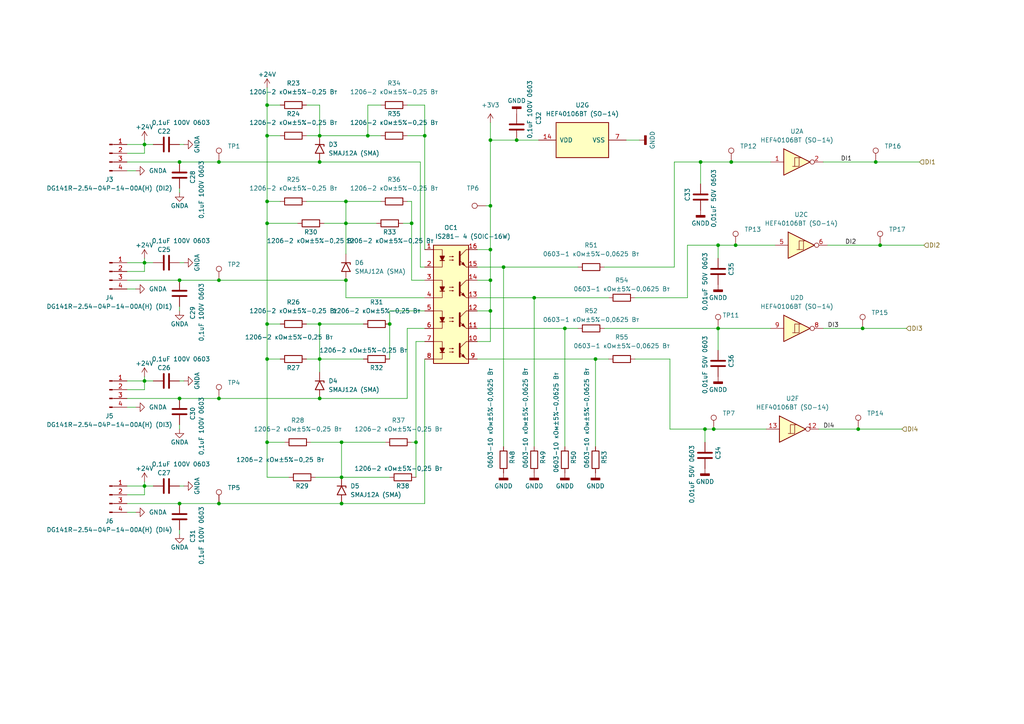
<source format=kicad_sch>
(kicad_sch (version 20250114) (generator "eeschema") (generator_version "9.0")
  (paper "A4")
  (lib_symbols
    (symbol "4xxx:40106" (pin_names (offset 1.016))
      (property "Reference" "U" (at 0 1.27 0))
      (property "Value" "40106" (at 0 -1.27 0))
      (symbol "40106_1_0"
        (polyline (pts (xy -3.81 3.81) (xy -3.81 -3.81) (xy 3.81 0) (xy -3.81 3.81)) (stroke (width 0.254)) (fill (type background)))
        (polyline (pts (xy -1.27 -1.27) (xy 0.635 -1.27) (xy 0.635 1.27) (xy 1.27 1.27)))
        (polyline (pts (xy -0.635 -1.27) (xy -0.635 1.27) (xy 0.635 1.27)))
        (pin input line (at -7.62 0 0) (length 3.81) (name "~") (number "1"))
        (pin output inverted (at 7.62 0 180) (length 3.81) (name "~") (number "2"))
      )
      (symbol "40106_2_0"
        (polyline (pts (xy -3.81 3.81) (xy -3.81 -3.81) (xy 3.81 0) (xy -3.81 3.81)) (stroke (width 0.254)) (fill (type background)))
        (polyline (pts (xy -1.27 -1.27) (xy 0.635 -1.27) (xy 0.635 1.27) (xy 1.27 1.27)))
        (polyline (pts (xy -0.635 -1.27) (xy -0.635 1.27) (xy 0.635 1.27)))
        (pin input line (at -7.62 0 0) (length 3.81) (name "~") (number "3"))
        (pin output inverted (at 7.62 0 180) (length 3.81) (name "~") (number "4"))
      )
      (symbol "40106_3_0"
        (polyline (pts (xy -3.81 3.81) (xy -3.81 -3.81) (xy 3.81 0) (xy -3.81 3.81)) (stroke (width 0.254)) (fill (type background)))
        (polyline (pts (xy -1.27 -1.27) (xy 0.635 -1.27) (xy 0.635 1.27) (xy 1.27 1.27)))
        (polyline (pts (xy -0.635 -1.27) (xy -0.635 1.27) (xy 0.635 1.27)))
        (pin input line (at -7.62 0 0) (length 3.81) (name "~") (number "5"))
        (pin output inverted (at 7.62 0 180) (length 3.81) (name "~") (number "6"))
      )
      (symbol "40106_4_0"
        (polyline (pts (xy -3.81 3.81) (xy -3.81 -3.81) (xy 3.81 0) (xy -3.81 3.81)) (stroke (width 0.254)) (fill (type background)))
        (polyline (pts (xy -1.27 -1.27) (xy 0.635 -1.27) (xy 0.635 1.27) (xy 1.27 1.27)))
        (polyline (pts (xy -0.635 -1.27) (xy -0.635 1.27) (xy 0.635 1.27)))
        (pin input line (at -7.62 0 0) (length 3.81) (name "~") (number "9"))
        (pin output inverted (at 7.62 0 180) (length 3.81) (name "~") (number "8"))
      )
      (symbol "40106_5_0"
        (polyline (pts (xy -3.81 3.81) (xy -3.81 -3.81) (xy 3.81 0) (xy -3.81 3.81)) (stroke (width 0.254)) (fill (type background)))
        (polyline (pts (xy -1.27 -1.27) (xy 0.635 -1.27) (xy 0.635 1.27) (xy 1.27 1.27)))
        (polyline (pts (xy -0.635 -1.27) (xy -0.635 1.27) (xy 0.635 1.27)))
        (pin input line (at -7.62 0 0) (length 3.81) (name "~") (number "11"))
        (pin output inverted (at 7.62 0 180) (length 3.81) (name "~") (number "10"))
      )
      (symbol "40106_6_0"
        (polyline (pts (xy -3.81 3.81) (xy -3.81 -3.81) (xy 3.81 0) (xy -3.81 3.81)) (stroke (width 0.254)) (fill (type background)))
        (polyline (pts (xy -1.27 -1.27) (xy 0.635 -1.27) (xy 0.635 1.27) (xy 1.27 1.27)))
        (polyline (pts (xy -0.635 -1.27) (xy -0.635 1.27) (xy 0.635 1.27)))
        (pin input line (at -7.62 0 0) (length 3.81) (name "~") (number "13"))
        (pin output inverted (at 7.62 0 180) (length 3.81) (name "~") (number "12"))
      )
      (symbol "40106_7_0"
        (pin power_in line (at 0 12.7 270) (length 5.08) (name "VDD") (number "14"))
        (pin power_in line (at 0 -12.7 90) (length 5.08) (name "VSS") (number "7"))
      )
      (symbol "40106_7_1"
        (rectangle (start -5.08 7.62) (end 5.08 -7.62) (stroke (width 0.254)) (fill (type background)))
      )
    )
    (symbol "Connector:Conn_01x04_Pin" (pin_names (offset 1.016) (hide yes))
      (property "Reference" "J" (at 0 5.08 0))
      (property "Value" "Conn_01x04_Pin" (at 0 -7.62 0))
      (symbol "Conn_01x04_Pin_1_1"
        (rectangle (start 0.8636 2.667) (end 0 2.413) (stroke (width 0.1524)) (fill (type outline)))
        (rectangle (start 0.8636 0.127) (end 0 -0.127) (stroke (width 0.1524)) (fill (type outline)))
        (rectangle (start 0.8636 -2.413) (end 0 -2.667) (stroke (width 0.1524)) (fill (type outline)))
        (rectangle (start 0.8636 -4.953) (end 0 -5.207) (stroke (width 0.1524)) (fill (type outline)))
        (polyline (pts (xy 1.27 2.54) (xy 0.8636 2.54)) (stroke (width 0.1524)))
        (polyline (pts (xy 1.27 0) (xy 0.8636 0)) (stroke (width 0.1524)))
        (polyline (pts (xy 1.27 -2.54) (xy 0.8636 -2.54)) (stroke (width 0.1524)))
        (polyline (pts (xy 1.27 -5.08) (xy 0.8636 -5.08)) (stroke (width 0.1524)))
        (pin passive line (at 5.08 2.54 180) (length 3.81) (name "Pin_1") (number "1"))
        (pin passive line (at 5.08 0 180) (length 3.81) (name "Pin_2") (number "2"))
        (pin passive line (at 5.08 -2.54 180) (length 3.81) (name "Pin_3") (number "3"))
        (pin passive line (at 5.08 -5.08 180) (length 3.81) (name "Pin_4") (number "4"))
      )
    )
    (symbol "Connector:TestPoint" (pin_numbers (hide yes)) (pin_names (offset 0.762) (hide yes))
      (property "Reference" "TP" (at 0 6.858 0))
      (property "Value" "TestPoint" (at 0 5.08 0))
      (symbol "TestPoint_0_1"
        (circle (center 0 3.302) (radius 0.762))
      )
      (symbol "TestPoint_1_1"
        (pin passive line (at 0 0 90) (length 2.54) (name "1") (number "1"))
      )
    )
    (symbol "Device:C" (pin_numbers (hide yes)) (pin_names (offset 0.254))
      (property "Reference" "C" (at 0.635 2.54 0))
      (property "Value" "C" (at 0.635 -2.54 0))
      (symbol "C_0_1"
        (polyline (pts (xy -2.032 0.762) (xy 2.032 0.762)) (stroke (width 0.508)))
        (polyline (pts (xy -2.032 -0.762) (xy 2.032 -0.762)) (stroke (width 0.508)))
      )
      (symbol "C_1_1"
        (pin passive line (at 0 3.81 270) (length 2.794) (name "~") (number "1"))
        (pin passive line (at 0 -3.81 90) (length 2.794) (name "~") (number "2"))
      )
    )
    (symbol "Device:R" (pin_numbers (hide yes)) (pin_names (offset 0))
      (property "Reference" "R" (at 2.032 0 90))
      (property "Value" "R" (at 0 0 90))
      (symbol "R_0_1"
        (rectangle (start -1.016 -2.54) (end 1.016 2.54) (stroke (width 0.254)))
      )
      (symbol "R_1_1"
        (pin passive line (at 0 3.81 270) (length 1.27) (name "~") (number "1"))
        (pin passive line (at 0 -3.81 90) (length 1.27) (name "~") (number "2"))
      )
    )
    (symbol "Diode:SMAJ12A" (pin_numbers (hide yes)) (pin_names (offset 1.016) (hide yes))
      (property "Reference" "D" (at 0 2.54 0))
      (property "Value" "SMAJ12A" (at 0 -2.54 0))
      (symbol "SMAJ12A_0_1"
        (polyline (pts (xy -0.762 1.27) (xy -1.27 1.27) (xy -1.27 -1.27)) (stroke (width 0.254)))
        (polyline (pts (xy 1.27 1.27) (xy 1.27 -1.27) (xy -1.27 0) (xy 1.27 1.27)) (stroke (width 0.254)))
      )
      (symbol "SMAJ12A_1_1"
        (pin passive line (at -3.81 0 0) (length 2.54) (name "A1") (number "1"))
        (pin passive line (at 3.81 0 180) (length 2.54) (name "A2") (number "2"))
      )
    )
    (symbol "PCM_4ms_Power-symbol:GNDA" (power) (pin_numbers (hide yes)) (pin_names (offset 0) (hide yes))
      (property "Value" "GNDA" (at 0 -3.81 0))
      (symbol "GNDA_0_1"
        (polyline (pts (xy 0 0) (xy 0 -1.27) (xy 1.27 -1.27) (xy 0 -2.54) (xy -1.27 -1.27) (xy 0 -1.27)))
      )
      (symbol "GNDA_1_1"
        (pin power_in line (at 0 0 270) (length 0) (hide yes) (name "GNDA") (number "1"))
      )
    )
    (symbol "PCM_Optocoupler_AKL:Optocoupler_Quad_Generic" (pin_names (offset 1.016))
      (property "Reference" "OC" (at -5.08 17.78 0))
      (property "Value" "Optocoupler_Quad_Generic" (at -5.08 15.24 0))
      (symbol "Optocoupler_Quad_Generic_0_1"
        (rectangle (start -5.08 12.7) (end 5.08 -21.59) (stroke (width 0.254)) (fill (type background)))
        (polyline (pts (xy -5.08 11.43) (xy -2.54 11.43) (xy -2.54 8.255)))
        (polyline (pts (xy -3.175 8.255) (xy -1.905 8.255)) (stroke (width 0.254)))
        (polyline (pts (xy -2.54 8.255) (xy -2.54 6.35) (xy -5.08 6.35)))
        (polyline (pts (xy -2.54 8.255) (xy -3.175 9.525) (xy -1.905 9.525) (xy -2.54 8.255)) (stroke (width 0.254)) (fill (type outline)))
        (polyline (pts (xy -0.508 9.398) (xy 0.762 9.398) (xy 0.381 9.271) (xy 0.381 9.525) (xy 0.762 9.398)))
        (polyline (pts (xy -0.508 8.382) (xy 0.762 8.382) (xy 0.381 8.255) (xy 0.381 8.509) (xy 0.762 8.382)))
        (polyline (pts (xy 2.54 10.795) (xy 2.54 6.985) (xy 2.54 6.985)) (stroke (width 0.508)))
        (polyline (pts (xy 2.54 9.525) (xy 4.445 11.43)))
        (polyline (pts (xy 3.048 7.239) (xy 3.556 7.747) (xy 4.064 6.731) (xy 3.048 7.239) (xy 3.048 7.239)) (fill (type outline)))
        (polyline (pts (xy 4.445 11.43) (xy 5.08 11.43)))
        (polyline (pts (xy 4.445 6.35) (xy 2.54 8.255)) (fill (type outline)))
        (polyline (pts (xy 4.445 6.35) (xy 5.08 6.35)))
      )
      (symbol "Optocoupler_Quad_Generic_1_1"
        (polyline (pts (xy -5.08 2.54) (xy -2.54 2.54) (xy -2.54 -0.635)))
        (polyline (pts (xy -5.08 -6.35) (xy -2.54 -6.35) (xy -2.54 -9.525)))
        (polyline (pts (xy -5.08 -15.24) (xy -2.54 -15.24) (xy -2.54 -18.415)))
        (polyline (pts (xy -3.175 -0.635) (xy -1.905 -0.635)) (stroke (width 0.254)))
        (polyline (pts (xy -3.175 -9.525) (xy -1.905 -9.525)) (stroke (width 0.254)))
        (polyline (pts (xy -3.175 -18.415) (xy -1.905 -18.415)) (stroke (width 0.254)))
        (polyline (pts (xy -2.54 -0.635) (xy -2.54 -2.54) (xy -5.08 -2.54)))
        (polyline (pts (xy -2.54 -0.635) (xy -3.175 0.635) (xy -1.905 0.635) (xy -2.54 -0.635)) (stroke (width 0.254)) (fill (type outline)))
        (polyline (pts (xy -2.54 -9.525) (xy -2.54 -11.43) (xy -5.08 -11.43)))
        (polyline (pts (xy -2.54 -9.525) (xy -3.175 -8.255) (xy -1.905 -8.255) (xy -2.54 -9.525)) (stroke (width 0.254)) (fill (type outline)))
        (polyline (pts (xy -2.54 -18.415) (xy -2.54 -20.32) (xy -5.08 -20.32)))
        (polyline (pts (xy -2.54 -18.415) (xy -3.175 -17.145) (xy -1.905 -17.145) (xy -2.54 -18.415)) (stroke (width 0.254)) (fill (type outline)))
        (polyline (pts (xy -0.508 0.508) (xy 0.762 0.508) (xy 0.381 0.381) (xy 0.381 0.635) (xy 0.762 0.508)))
        (polyline (pts (xy -0.508 -0.508) (xy 0.762 -0.508) (xy 0.381 -0.635) (xy 0.381 -0.381) (xy 0.762 -0.508)))
        (polyline (pts (xy -0.508 -8.382) (xy 0.762 -8.382) (xy 0.381 -8.509) (xy 0.381 -8.255) (xy 0.762 -8.382)))
        (polyline (pts (xy -0.508 -9.398) (xy 0.762 -9.398) (xy 0.381 -9.525) (xy 0.381 -9.271) (xy 0.762 -9.398)))
        (polyline (pts (xy -0.508 -17.272) (xy 0.762 -17.272) (xy 0.381 -17.399) (xy 0.381 -17.145) (xy 0.762 -17.272)))
        (polyline (pts (xy -0.508 -18.288) (xy 0.762 -18.288) (xy 0.381 -18.415) (xy 0.381 -18.161) (xy 0.762 -18.288)))
        (polyline (pts (xy 2.54 1.905) (xy 2.54 -1.905) (xy 2.54 -1.905)) (stroke (width 0.508)))
        (polyline (pts (xy 2.54 0.635) (xy 4.445 2.54)))
        (polyline (pts (xy 2.54 -6.985) (xy 2.54 -10.795) (xy 2.54 -10.795)) (stroke (width 0.508)))
        (polyline (pts (xy 2.54 -8.255) (xy 4.445 -6.35)))
        (polyline (pts (xy 2.54 -15.875) (xy 2.54 -19.685) (xy 2.54 -19.685)) (stroke (width 0.508)))
        (polyline (pts (xy 2.54 -17.145) (xy 4.445 -15.24)))
        (polyline (pts (xy 3.048 -1.651) (xy 3.556 -1.143) (xy 4.064 -2.159) (xy 3.048 -1.651) (xy 3.048 -1.651)) (fill (type outline)))
        (polyline (pts (xy 3.048 -10.541) (xy 3.556 -10.033) (xy 4.064 -11.049) (xy 3.048 -10.541) (xy 3.048 -10.541)) (fill (type outline)))
        (polyline (pts (xy 3.048 -19.431) (xy 3.556 -18.923) (xy 4.064 -19.939) (xy 3.048 -19.431) (xy 3.048 -19.431)) (fill (type outline)))
        (polyline (pts (xy 4.445 2.54) (xy 5.08 2.54)))
        (polyline (pts (xy 4.445 -2.54) (xy 2.54 -0.635)) (fill (type outline)))
        (polyline (pts (xy 4.445 -2.54) (xy 5.08 -2.54)))
        (polyline (pts (xy 4.445 -6.35) (xy 5.08 -6.35)))
        (polyline (pts (xy 4.445 -11.43) (xy 2.54 -9.525)) (fill (type outline)))
        (polyline (pts (xy 4.445 -11.43) (xy 5.08 -11.43)))
        (polyline (pts (xy 4.445 -15.24) (xy 5.08 -15.24)))
        (polyline (pts (xy 4.445 -20.32) (xy 2.54 -18.415)) (fill (type outline)))
        (polyline (pts (xy 4.445 -20.32) (xy 5.08 -20.32)))
        (pin passive line (at -7.62 11.43 0) (length 2.54) (name "~") (number "1"))
        (pin passive line (at -7.62 6.35 0) (length 2.54) (name "~") (number "2"))
        (pin passive line (at -7.62 2.54 0) (length 2.54) (name "~") (number "3"))
        (pin passive line (at -7.62 -2.54 0) (length 2.54) (name "~") (number "4"))
        (pin passive line (at -7.62 -6.35 0) (length 2.54) (name "~") (number "5"))
        (pin passive line (at -7.62 -11.43 0) (length 2.54) (name "~") (number "6"))
        (pin passive line (at -7.62 -15.24 0) (length 2.54) (name "~") (number "7"))
        (pin passive line (at -7.62 -20.32 0) (length 2.54) (name "~") (number "8"))
        (pin passive line (at 7.62 11.43 180) (length 2.54) (name "~") (number "16"))
        (pin passive line (at 7.62 6.35 180) (length 2.54) (name "~") (number "15"))
        (pin passive line (at 7.62 2.54 180) (length 2.54) (name "~") (number "14"))
        (pin passive line (at 7.62 -2.54 180) (length 2.54) (name "~") (number "13"))
        (pin passive line (at 7.62 -6.35 180) (length 2.54) (name "~") (number "12"))
        (pin passive line (at 7.62 -11.43 180) (length 2.54) (name "~") (number "11"))
        (pin passive line (at 7.62 -15.24 180) (length 2.54) (name "~") (number "10"))
        (pin passive line (at 7.62 -20.32 180) (length 2.54) (name "~") (number "9"))
      )
    )
    (symbol "power:+24V" (power) (pin_numbers (hide yes)) (pin_names (offset 0) (hide yes))
      (property "Value" "+24V" (at 0 3.556 0))
      (symbol "+24V_0_1"
        (polyline (pts (xy -0.762 1.27) (xy 0 2.54)))
        (polyline (pts (xy 0 2.54) (xy 0.762 1.27)))
        (polyline (pts (xy 0 0) (xy 0 2.54)))
      )
      (symbol "+24V_1_1"
        (pin power_in line (at 0 0 90) (length 0) (hide yes) (name "+24V") (number "1"))
      )
    )
    (symbol "power:+3V3" (power) (pin_numbers (hide yes)) (pin_names (offset 0) (hide yes))
      (property "Value" "+3V3" (at 0 3.556 0))
      (symbol "+3V3_0_1"
        (polyline (pts (xy -0.762 1.27) (xy 0 2.54)))
        (polyline (pts (xy 0 2.54) (xy 0.762 1.27)))
        (polyline (pts (xy 0 0) (xy 0 2.54)))
      )
      (symbol "+3V3_1_1"
        (pin power_in line (at 0 0 90) (length 0) (hide yes) (name "+3V3") (number "1"))
      )
    )
    (symbol "power:GNDD" (power) (pin_numbers (hide yes)) (pin_names (offset 0) (hide yes))
      (property "Value" "GNDD" (at 0 -3.175 0))
      (symbol "GNDD_0_1"
        (rectangle (start -1.27 -1.524) (end 1.27 -2.032) (stroke (width 0.254)) (fill (type outline)))
        (polyline (pts (xy 0 0) (xy 0 -1.524)))
      )
      (symbol "GNDD_1_1"
        (pin power_in line (at 0 0 270) (length 0) (hide yes) (name "GNDD") (number "1"))
      )
    )
  )
  (junction (at 154.94 86.36))
  (junction (at 52.07 81.28))
  (junction (at 41.91 76.2))
  (junction (at 119.38 64.77))
  (junction (at 142.24 59.69))
  (junction (at 142.24 72.39))
  (junction (at 41.91 110.49))
  (junction (at 120.65 128.27))
  (junction (at 204.47 124.46))
  (junction (at 77.47 39.37))
  (junction (at 41.91 41.91))
  (junction (at 142.24 90.17))
  (junction (at 41.91 140.97))
  (junction (at 92.71 39.37))
  (junction (at 106.68 39.37))
  (junction (at 146.05 77.47))
  (junction (at 63.5 115.57))
  (junction (at 255.27 71.12))
  (junction (at 77.47 30.48))
  (junction (at 99.06 128.27))
  (junction (at 77.47 58.42))
  (junction (at 163.83 95.25))
  (junction (at 113.03 93.98))
  (junction (at 149.86 40.64))
  (junction (at 100.33 64.77))
  (junction (at 207.01 124.46))
  (junction (at 63.5 146.05))
  (junction (at 203.2 46.99))
  (junction (at 208.28 95.25))
  (junction (at 123.19 39.37))
  (junction (at 92.71 46.99))
  (junction (at 208.28 71.12))
  (junction (at 250.19 95.25))
  (junction (at 52.07 115.57))
  (junction (at 52.07 46.99))
  (junction (at 99.06 146.05))
  (junction (at 213.36 71.12))
  (junction (at 100.33 81.28))
  (junction (at 77.47 128.27))
  (junction (at 172.72 104.14))
  (junction (at 77.47 64.77))
  (junction (at 142.24 40.64))
  (junction (at 92.71 104.14))
  (junction (at 248.92 124.46))
  (junction (at 77.47 104.14))
  (junction (at 63.5 46.99))
  (junction (at 99.06 138.43))
  (junction (at 142.24 81.28))
  (junction (at 63.5 81.28))
  (junction (at 212.09 46.99))
  (junction (at 92.71 93.98))
  (junction (at 52.07 146.05))
  (junction (at 92.71 115.57))
  (junction (at 254 46.99))
  (junction (at 100.33 58.42))
  (junction (at 77.47 93.98))
  (wire (pts (xy 41.91 110.49) (xy 41.91 113.03)))
  (wire (pts (xy 92.71 46.99) (xy 121.92 46.99)))
  (wire (pts (xy 172.72 129.54) (xy 172.72 104.14)))
  (wire (pts (xy 77.47 30.48) (xy 81.28 30.48)))
  (wire (pts (xy 120.65 128.27) (xy 120.65 138.43)))
  (wire (pts (xy 92.71 30.48) (xy 92.71 39.37)))
  (wire (pts (xy 52.07 124.46) (xy 52.07 123.19)))
  (wire (pts (xy 99.06 138.43) (xy 113.03 138.43)))
  (wire (pts (xy 138.43 95.25) (xy 163.83 95.25)))
  (wire (pts (xy 41.91 110.49) (xy 44.45 110.49)))
  (wire (pts (xy 146.05 129.54) (xy 146.05 77.47)))
  (wire (pts (xy 204.47 124.46) (xy 207.01 124.46)))
  (wire (pts (xy 92.71 104.14) (xy 105.41 104.14)))
  (wire (pts (xy 41.91 109.22) (xy 41.91 110.49)))
  (wire (pts (xy 119.38 64.77) (xy 116.84 64.77)))
  (wire (pts (xy 142.24 40.64) (xy 142.24 59.69)))
  (wire (pts (xy 138.43 90.17) (xy 142.24 90.17)))
  (wire (pts (xy 237.49 124.46) (xy 248.92 124.46)))
  (wire (pts (xy 77.47 64.77) (xy 86.36 64.77)))
  (wire (pts (xy 208.28 74.93) (xy 208.28 71.12)))
  (wire (pts (xy 36.83 146.05) (xy 52.07 146.05)))
  (wire (pts (xy 207.01 124.46) (xy 222.25 124.46)))
  (wire (pts (xy 77.47 30.48) (xy 77.47 39.37)))
  (wire (pts (xy 77.47 64.77) (xy 77.47 58.42)))
  (wire (pts (xy 185.42 40.64) (xy 181.61 40.64)))
  (wire (pts (xy 44.45 76.2) (xy 41.91 76.2)))
  (wire (pts (xy 194.31 124.46) (xy 194.31 104.14)))
  (wire (pts (xy 113.03 93.98) (xy 113.03 90.17)))
  (wire (pts (xy 63.5 46.99) (xy 52.07 46.99)))
  (wire (pts (xy 36.83 49.53) (xy 39.37 49.53)))
  (wire (pts (xy 123.19 39.37) (xy 123.19 72.39)))
  (wire (pts (xy 142.24 35.56) (xy 142.24 40.64)))
  (wire (pts (xy 111.76 128.27) (xy 99.06 128.27)))
  (wire (pts (xy 41.91 76.2) (xy 41.91 78.74)))
  (wire (pts (xy 163.83 95.25) (xy 163.83 129.54)))
  (wire (pts (xy 121.92 46.99) (xy 121.92 77.47)))
  (wire (pts (xy 123.19 104.14) (xy 123.19 146.05)))
  (wire (pts (xy 36.83 113.03) (xy 41.91 113.03)))
  (wire (pts (xy 203.2 46.99) (xy 203.2 53.34)))
  (wire (pts (xy 138.43 72.39) (xy 142.24 72.39)))
  (wire (pts (xy 77.47 104.14) (xy 77.47 128.27)))
  (wire (pts (xy 63.5 115.57) (xy 92.71 115.57)))
  (wire (pts (xy 53.34 110.49) (xy 52.07 110.49)))
  (wire (pts (xy 142.24 99.06) (xy 142.24 90.17)))
  (wire (pts (xy 195.58 77.47) (xy 195.58 46.99)))
  (wire (pts (xy 90.17 128.27) (xy 99.06 128.27)))
  (wire (pts (xy 138.43 99.06) (xy 142.24 99.06)))
  (wire (pts (xy 36.83 140.97) (xy 41.91 140.97)))
  (wire (pts (xy 138.43 86.36) (xy 154.94 86.36)))
  (wire (pts (xy 92.71 93.98) (xy 105.41 93.98)))
  (wire (pts (xy 238.76 95.25) (xy 250.19 95.25)))
  (wire (pts (xy 154.94 86.36) (xy 176.53 86.36)))
  (wire (pts (xy 88.9 39.37) (xy 92.71 39.37)))
  (wire (pts (xy 255.27 71.12) (xy 267.97 71.12)))
  (wire (pts (xy 39.37 148.59) (xy 36.83 148.59)))
  (wire (pts (xy 118.11 30.48) (xy 123.19 30.48)))
  (wire (pts (xy 36.83 41.91) (xy 41.91 41.91)))
  (wire (pts (xy 36.83 78.74) (xy 41.91 78.74)))
  (wire (pts (xy 99.06 146.05) (xy 123.19 146.05)))
  (wire (pts (xy 118.11 39.37) (xy 123.19 39.37)))
  (wire (pts (xy 92.71 93.98) (xy 92.71 104.14)))
  (wire (pts (xy 52.07 46.99) (xy 36.83 46.99)))
  (wire (pts (xy 77.47 93.98) (xy 77.47 104.14)))
  (wire (pts (xy 81.28 104.14) (xy 77.47 104.14)))
  (wire (pts (xy 52.07 115.57) (xy 36.83 115.57)))
  (wire (pts (xy 250.19 95.25) (xy 262.89 95.25)))
  (wire (pts (xy 44.45 140.97) (xy 41.91 140.97)))
  (wire (pts (xy 224.79 71.12) (xy 213.36 71.12)))
  (wire (pts (xy 41.91 41.91) (xy 41.91 44.45)))
  (wire (pts (xy 199.39 86.36) (xy 184.15 86.36)))
  (wire (pts (xy 52.07 81.28) (xy 63.5 81.28)))
  (wire (pts (xy 113.03 104.14) (xy 113.03 93.98)))
  (wire (pts (xy 194.31 124.46) (xy 204.47 124.46)))
  (wire (pts (xy 203.2 46.99) (xy 212.09 46.99)))
  (wire (pts (xy 88.9 93.98) (xy 92.71 93.98)))
  (wire (pts (xy 146.05 77.47) (xy 167.64 77.47)))
  (wire (pts (xy 36.83 110.49) (xy 41.91 110.49)))
  (wire (pts (xy 175.26 77.47) (xy 195.58 77.47)))
  (wire (pts (xy 118.11 58.42) (xy 119.38 58.42)))
  (wire (pts (xy 118.11 115.57) (xy 92.71 115.57)))
  (wire (pts (xy 163.83 95.25) (xy 167.64 95.25)))
  (wire (pts (xy 106.68 39.37) (xy 110.49 39.37)))
  (wire (pts (xy 138.43 81.28) (xy 142.24 81.28)))
  (wire (pts (xy 154.94 86.36) (xy 154.94 129.54)))
  (wire (pts (xy 92.71 39.37) (xy 106.68 39.37)))
  (wire (pts (xy 77.47 58.42) (xy 81.28 58.42)))
  (wire (pts (xy 77.47 128.27) (xy 82.55 128.27)))
  (wire (pts (xy 123.19 30.48) (xy 123.19 39.37)))
  (wire (pts (xy 119.38 58.42) (xy 119.38 64.77)))
  (wire (pts (xy 52.07 154.94) (xy 52.07 153.67)))
  (wire (pts (xy 142.24 59.69) (xy 142.24 72.39)))
  (wire (pts (xy 248.92 124.46) (xy 261.62 124.46)))
  (wire (pts (xy 119.38 81.28) (xy 123.19 81.28)))
  (wire (pts (xy 100.33 86.36) (xy 123.19 86.36)))
  (wire (pts (xy 100.33 86.36) (xy 100.33 81.28)))
  (wire (pts (xy 149.86 40.64) (xy 156.21 40.64)))
  (wire (pts (xy 194.31 104.14) (xy 184.15 104.14)))
  (wire (pts (xy 77.47 58.42) (xy 77.47 39.37)))
  (wire (pts (xy 238.76 46.99) (xy 254 46.99)))
  (wire (pts (xy 53.34 76.2) (xy 52.07 76.2)))
  (wire (pts (xy 212.09 46.99) (xy 223.52 46.99)))
  (wire (pts (xy 77.47 64.77) (xy 77.47 93.98)))
  (wire (pts (xy 63.5 46.99) (xy 92.71 46.99)))
  (wire (pts (xy 195.58 46.99) (xy 203.2 46.99)))
  (wire (pts (xy 52.07 146.05) (xy 63.5 146.05)))
  (wire (pts (xy 63.5 146.05) (xy 99.06 146.05)))
  (wire (pts (xy 146.05 77.47) (xy 138.43 77.47)))
  (wire (pts (xy 52.07 90.17) (xy 52.07 88.9)))
  (wire (pts (xy 41.91 74.93) (xy 41.91 76.2)))
  (wire (pts (xy 41.91 41.91) (xy 44.45 41.91)))
  (wire (pts (xy 91.44 138.43) (xy 99.06 138.43)))
  (wire (pts (xy 77.47 25.4) (xy 77.47 30.48)))
  (wire (pts (xy 110.49 30.48) (xy 106.68 30.48)))
  (wire (pts (xy 240.03 71.12) (xy 255.27 71.12)))
  (wire (pts (xy 77.47 39.37) (xy 81.28 39.37)))
  (wire (pts (xy 53.34 140.97) (xy 52.07 140.97)))
  (wire (pts (xy 36.83 143.51) (xy 41.91 143.51)))
  (wire (pts (xy 100.33 64.77) (xy 109.22 64.77)))
  (wire (pts (xy 121.92 77.47) (xy 123.19 77.47)))
  (wire (pts (xy 119.38 128.27) (xy 120.65 128.27)))
  (wire (pts (xy 100.33 64.77) (xy 100.33 73.66)))
  (wire (pts (xy 100.33 58.42) (xy 110.49 58.42)))
  (wire (pts (xy 36.83 76.2) (xy 41.91 76.2)))
  (wire (pts (xy 123.19 95.25) (xy 118.11 95.25)))
  (wire (pts (xy 92.71 107.95) (xy 92.71 104.14)))
  (wire (pts (xy 99.06 128.27) (xy 99.06 138.43)))
  (wire (pts (xy 140.97 59.69) (xy 142.24 59.69)))
  (wire (pts (xy 208.28 95.25) (xy 223.52 95.25)))
  (wire (pts (xy 36.83 118.11) (xy 39.37 118.11)))
  (wire (pts (xy 88.9 58.42) (xy 100.33 58.42)))
  (wire (pts (xy 39.37 83.82) (xy 36.83 83.82)))
  (wire (pts (xy 175.26 95.25) (xy 208.28 95.25)))
  (wire (pts (xy 77.47 128.27) (xy 77.47 138.43)))
  (wire (pts (xy 138.43 104.14) (xy 172.72 104.14)))
  (wire (pts (xy 118.11 95.25) (xy 118.11 115.57)))
  (wire (pts (xy 36.83 81.28) (xy 52.07 81.28)))
  (wire (pts (xy 208.28 95.25) (xy 208.28 101.6)))
  (wire (pts (xy 63.5 115.57) (xy 52.07 115.57)))
  (wire (pts (xy 123.19 99.06) (xy 120.65 99.06)))
  (wire (pts (xy 53.34 41.91) (xy 52.07 41.91)))
  (wire (pts (xy 41.91 140.97) (xy 41.91 143.51)))
  (wire (pts (xy 41.91 40.64) (xy 41.91 41.91)))
  (wire (pts (xy 83.82 138.43) (xy 77.47 138.43)))
  (wire (pts (xy 208.28 71.12) (xy 213.36 71.12)))
  (wire (pts (xy 63.5 81.28) (xy 100.33 81.28)))
  (wire (pts (xy 113.03 90.17) (xy 123.19 90.17)))
  (wire (pts (xy 120.65 99.06) (xy 120.65 128.27)))
  (wire (pts (xy 142.24 40.64) (xy 149.86 40.64)))
  (wire (pts (xy 172.72 104.14) (xy 176.53 104.14)))
  (wire (pts (xy 100.33 58.42) (xy 100.33 64.77)))
  (wire (pts (xy 106.68 30.48) (xy 106.68 39.37)))
  (wire (pts (xy 88.9 104.14) (xy 92.71 104.14)))
  (wire (pts (xy 93.98 64.77) (xy 100.33 64.77)))
  (wire (pts (xy 77.47 93.98) (xy 81.28 93.98)))
  (wire (pts (xy 41.91 139.7) (xy 41.91 140.97)))
  (wire (pts (xy 52.07 55.88) (xy 52.07 54.61)))
  (wire (pts (xy 36.83 44.45) (xy 41.91 44.45)))
  (wire (pts (xy 142.24 90.17) (xy 142.24 81.28)))
  (wire (pts (xy 199.39 86.36) (xy 199.39 71.12)))
  (wire (pts (xy 199.39 71.12) (xy 208.28 71.12)))
  (wire (pts (xy 254 46.99) (xy 266.7 46.99)))
  (wire (pts (xy 119.38 64.77) (xy 119.38 81.28)))
  (wire (pts (xy 88.9 30.48) (xy 92.71 30.48)))
  (wire (pts (xy 204.47 124.46) (xy 204.47 128.27)))
  (wire (pts (xy 142.24 81.28) (xy 142.24 72.39)))
  (label "DI3" (at 240.03 95.25 0))
  (label "DI1" (at 243.84 46.99 0))
  (label "DI2" (at 245.11 71.12 0))
  (label "DI4" (at 238.76 124.46 0))
  (hierarchical_label "DI1" (shape input) (at 266.7 46.99 0))
  (hierarchical_label "DI3" (shape input) (at 262.89 95.25 0))
  (hierarchical_label "DI2" (shape input) (at 267.97 71.12 0))
  (hierarchical_label "DI4" (shape input) (at 261.62 124.46 0))
  (symbol (lib_id "power:GNDD") (at 163.83 137.16 0) (unit 1)
    (property "Reference" "#PWR083" (effects (hide yes)))
    (property "Value" "GNDD" (at 163.83 140.97 0))
  )
  (symbol (lib_id "Connector:TestPoint") (at 207.01 124.46 0) (unit 1) (in_bom no)
    (property "Reference" "TP7" (at 209.55 119.888 0) (effects (justify left)))
    (property "Value" "TestPoint" (effects (hide yes)))
    (property "Footprint" "TestPoint:TestPoint_Pad_D1.0mm" (effects (hide yes)))
  )
  (symbol (lib_id "Device:C") (at 208.28 78.74 0) (unit 1)
    (property "Reference" "C35" (at 212.09 80.01 90) (effects (justify left)))
    (property "Value" "0,01uF 50V 0603" (at 204.47 90.17 90) (effects (justify left)))
    (property "Footprint" "Capacitor_SMD:C_0603_1608Metric" (effects (hide yes)))
  )
  (symbol (lib_id "Device:R") (at 171.45 95.25 90) (unit 1)
    (property "Reference" "R52" (at 171.45 90.17 90))
    (property "Value" "0603-1 кОм±5%-0,0625 Вт" (at 171.45 92.71 90))
    (property "Footprint" "Resistor_SMD:R_0603_1608Metric" (effects (hide yes)))
  )
  (symbol (lib_id "Connector:TestPoint") (at 63.5 81.28 0) (unit 1) (in_bom no)
    (property "Reference" "TP2" (at 66.04 76.708 0) (effects (justify left)))
    (property "Value" "TestPoint" (effects (hide yes)))
    (property "Footprint" "TestPoint:TestPoint_Pad_D1.0mm" (effects (hide yes)))
  )
  (symbol (lib_id "Device:R") (at 114.3 30.48 90) (unit 1)
    (property "Reference" "R34" (at 114.3 24.13 90))
    (property "Value" "1206-2 кОм±5%-0,25 Вт" (at 114.3 26.67 90))
    (property "Footprint" "Resistor_SMD:R_1206_3216Metric" (effects (hide yes)))
  )
  (symbol (lib_id "Device:R") (at 86.36 128.27 90) (unit 1)
    (property "Reference" "R28" (at 86.36 121.92 90))
    (property "Value" "1206-2 кОм±5%-0,25 Вт" (at 86.36 124.46 90))
    (property "Footprint" "Resistor_SMD:R_1206_3216Metric" (effects (hide yes)))
  )
  (symbol (lib_id "PCM_4ms_Power-symbol:GNDA") (at 53.34 41.91 90) (unit 1)
    (property "Reference" "#PWR072" (effects (hide yes)))
    (property "Value" "GNDA" (at 57.15 41.91 0))
    (instances (project "step_motor_board" (path "" (reference "#PWR072") (unit 1))) (project "Плата фото светодиоды" (path "" (reference "#PWR03") (unit 1))))
  )
  (symbol (lib_id "power:GNDD") (at 146.05 137.16 0) (unit 1)
    (property "Reference" "#PWR078" (effects (hide yes)))
    (property "Value" "GNDD" (at 146.05 140.97 0))
  )
  (symbol (lib_id "PCM_4ms_Power-symbol:GNDA") (at 52.07 124.46 0) (unit 1)
    (property "Reference" "#PWR070" (effects (hide yes)))
    (property "Value" "GNDA" (at 52.07 128.27 0))
    (instances (project "step_motor_board" (path "" (reference "#PWR070") (unit 1))) (project "Плата фото светодиоды" (path "" (reference "#PWR03") (unit 1))))
  )
  (symbol (lib_id "Device:R") (at 109.22 93.98 90) (unit 1)
    (property "Reference" "R31" (at 109.22 87.63 90))
    (property "Value" "1206-2 кОм±5%-0,25 Вт" (at 109.22 90.17 90))
    (property "Footprint" "Resistor_SMD:R_1206_3216Metric" (effects (hide yes)))
  )
  (symbol (lib_id "Connector:TestPoint") (at 212.09 46.99 0) (unit 1) (in_bom no)
    (property "Reference" "TP12" (at 214.63 42.418 0) (effects (justify left)))
    (property "Value" "TestPoint" (effects (hide yes)))
    (property "Footprint" "TestPoint:TestPoint_Pad_D1.0mm" (effects (hide yes)))
  )
  (symbol (lib_id "PCM_4ms_Power-symbol:GNDA") (at 53.34 110.49 90) (unit 1)
    (property "Reference" "#PWR074" (effects (hide yes)))
    (property "Value" "GNDA" (at 57.15 110.49 0))
    (instances (project "step_motor_board" (path "" (reference "#PWR074") (unit 1))) (project "Плата фото светодиоды" (path "" (reference "#PWR03") (unit 1))))
  )
  (symbol (lib_id "Device:R") (at 85.09 39.37 90) (unit 1)
    (property "Reference" "R24" (at 85.09 33.02 90))
    (property "Value" "1206-2 кОм±5%-0,25 Вт" (at 85.09 35.56 90))
    (property "Footprint" "Resistor_SMD:R_1206_3216Metric" (effects (hide yes)))
  )
  (symbol (lib_id "Connector:TestPoint") (at 250.19 95.25 0) (unit 1) (in_bom no)
    (property "Reference" "TP15" (at 252.73 90.678 0) (effects (justify left)))
    (property "Value" "TestPoint" (effects (hide yes)))
    (property "Footprint" "TestPoint:TestPoint_Pad_D1.0mm" (effects (hide yes)))
  )
  (symbol (lib_id "Device:R") (at 90.17 64.77 90) (unit 1)
    (property "Reference" "R30" (at 90.17 67.31 90))
    (property "Value" "1206-2 кОм±5%-0,25 Вт" (at 90.17 69.85 90))
    (property "Footprint" "Resistor_SMD:R_1206_3216Metric" (effects (hide yes)))
  )
  (symbol (lib_id "PCM_Optocoupler_AKL:Optocoupler_Quad_Generic") (at 130.81 83.82 0) (unit 1)
    (property "Reference" "OC1" (at 130.81 66.04 0))
    (property "Value" "IS281- 4 (SOIC-16W)" (at 137.16 68.58 0))
    (property "Footprint" "Package_SO:SOIC-16W_5.3x10.2mm_P1.27mm" (effects (hide yes)))
  )
  (symbol (lib_id "power:GNDD") (at 203.2 60.96 0) (unit 1)
    (property "Reference" "#PWR086" (effects (hide yes)))
    (property "Value" "GNDD" (at 203.2 64.77 0))
  )
  (symbol (lib_id "PCM_4ms_Power-symbol:GNDA") (at 52.07 55.88 0) (unit 1)
    (property "Reference" "#PWR066" (effects (hide yes)))
    (property "Value" "GNDA" (at 52.07 59.69 0))
    (instances (project "step_motor_board" (path "" (reference "#PWR066") (unit 1))) (project "Плата фото светодиоды" (path "" (reference "#PWR03") (unit 1))))
  )
  (symbol (lib_id "Device:R") (at 85.09 93.98 90) (unit 1)
    (property "Reference" "R26" (at 85.09 87.63 90))
    (property "Value" "1206-2 кОм±5%-0,25 Вт" (at 85.09 90.17 90))
    (property "Footprint" "Resistor_SMD:R_1206_3216Metric" (effects (hide yes)))
  )
  (symbol (lib_id "Connector:TestPoint") (at 213.36 71.12 0) (unit 1) (in_bom no)
    (property "Reference" "TP13" (at 215.9 66.548 0) (effects (justify left)))
    (property "Value" "TestPoint" (effects (hide yes)))
    (property "Footprint" "TestPoint:TestPoint_Pad_D1.0mm" (effects (hide yes)))
  )
  (symbol (lib_id "Device:R") (at 154.94 133.35 0) (unit 1)
    (property "Reference" "R49" (at 157.48 134.62 90) (effects (justify left)))
    (property "Value" "0603-10 кОм±5%-0,0625 Вт" (at 152.4 135.89 90) (effects (justify left)))
    (property "Footprint" "Resistor_SMD:R_0603_1608Metric" (effects (hide yes)))
  )
  (symbol (lib_id "4xxx:40106") (at 168.91 40.64 90) (unit 7)
    (property "Reference" "U2" (at 168.91 30.48 90))
    (property "Value" "HEF40106BT (SO-14)" (at 168.91 33.02 90))
    (property "Footprint" "Package_SO:SO-14_5.3x10.2mm_P1.27mm" (effects (hide yes)))
    (property "Datasheet" "https://assets.nexperia.com/documents/data-sheet/HEF40106B.pdf" (effects (hide yes)))
  )
  (symbol (lib_id "power:+24V") (at 41.91 139.7 0) (unit 1)
    (property "Reference" "#PWR065" (effects (hide yes)))
    (property "Value" "+24V" (at 41.91 135.89 0))
  )
  (symbol (lib_id "Device:C") (at 52.07 85.09 0) (unit 1)
    (property "Reference" "C29" (at 55.88 92.71 90) (effects (justify left)))
    (property "Value" "0,1uF 100V 0603" (at 58.42 99.06 90) (effects (justify left)))
    (property "Footprint" "Capacitor_SMD:C_0603_1608Metric" (effects (hide yes)))
  )
  (symbol (lib_id "Connector:TestPoint") (at 254 46.99 0) (unit 1) (in_bom no)
    (property "Reference" "TP16" (at 256.54 42.418 0) (effects (justify left)))
    (property "Value" "TestPoint" (effects (hide yes)))
    (property "Footprint" "TestPoint:TestPoint_Pad_D1.0mm" (effects (hide yes)))
  )
  (symbol (lib_id "Connector:TestPoint") (at 255.27 71.12 0) (unit 1) (in_bom no)
    (property "Reference" "TP17" (at 257.81 66.548 0) (effects (justify left)))
    (property "Value" "TestPoint" (effects (hide yes)))
    (property "Footprint" "TestPoint:TestPoint_Pad_D1.0mm" (effects (hide yes)))
  )
  (symbol (lib_id "power:GNDD") (at 172.72 137.16 0) (unit 1)
    (property "Reference" "#PWR084" (effects (hide yes)))
    (property "Value" "GNDD" (at 172.72 140.97 0))
  )
  (symbol (lib_id "4xxx:40106") (at 229.87 124.46 0) (unit 6)
    (property "Reference" "U2" (at 229.87 115.57 0))
    (property "Value" "HEF40106BT (SO-14)" (at 229.87 118.11 0))
    (property "Footprint" "Package_SO:SO-14_5.3x10.2mm_P1.27mm" (effects (hide yes)))
    (property "Datasheet" "https://assets.nexperia.com/documents/data-sheet/HEF40106B.pdf" (effects (hide yes)))
  )
  (symbol (lib_id "Device:C") (at 52.07 149.86 0) (unit 1)
    (property "Reference" "C31" (at 55.88 157.48 90) (effects (justify left)))
    (property "Value" "0,1uF 100V 0603" (at 58.42 163.83 90) (effects (justify left)))
    (property "Footprint" "Capacitor_SMD:C_0603_1608Metric" (effects (hide yes)))
  )
  (symbol (lib_id "power:+3V3") (at 142.24 35.56 0) (unit 1)
    (property "Reference" "#PWR077" (effects (hide yes)))
    (property "Value" "+3V3" (at 142.24 30.48 0))
  )
  (symbol (lib_id "Device:C") (at 208.28 105.41 0) (unit 1)
    (property "Reference" "C36" (at 212.09 106.68 90) (effects (justify left)))
    (property "Value" "0,01uF 50V 0603" (at 204.47 114.3 90) (effects (justify left)))
    (property "Footprint" "Capacitor_SMD:C_0603_1608Metric" (effects (hide yes)))
  )
  (symbol (lib_id "Device:R") (at 163.83 133.35 0) (unit 1)
    (property "Reference" "R50" (at 166.37 134.62 90) (effects (justify left)))
    (property "Value" "0603-10 кОм±5%-0,0625 Вт" (at 161.29 137.16 90) (effects (justify left)))
    (property "Footprint" "Resistor_SMD:R_0603_1608Metric" (effects (hide yes)))
  )
  (symbol (lib_id "Device:C") (at 52.07 50.8 0) (unit 1)
    (property "Reference" "C28" (at 55.88 53.34 90) (effects (justify left)))
    (property "Value" "0,1uF 100V 0603" (at 58.42 63.5 90) (effects (justify left)))
    (property "Footprint" "Capacitor_SMD:C_0603_1608Metric" (effects (hide yes)))
  )
  (symbol (lib_id "Connector:TestPoint") (at 140.97 59.69 90) (unit 1) (in_bom no)
    (property "Reference" "TP6" (at 137.16 54.61 90))
    (property "Value" "TestPoint" (effects (hide yes)))
    (property "Footprint" "TestPoint:TestPoint_Pad_D1.0mm" (effects (hide yes)))
  )
  (symbol (lib_id "power:GNDD") (at 154.94 137.16 0) (unit 1)
    (property "Reference" "#PWR082" (effects (hide yes)))
    (property "Value" "GNDD" (at 154.94 140.97 0))
  )
  (symbol (lib_id "Device:R") (at 114.3 39.37 90) (unit 1)
    (property "Reference" "R35" (at 114.3 33.02 90))
    (property "Value" "1206-2 кОм±5%-0,25 Вт" (at 114.3 35.56 90))
    (property "Footprint" "Resistor_SMD:R_1206_3216Metric" (effects (hide yes)))
  )
  (symbol (lib_id "power:+24V") (at 77.47 25.4 0) (unit 1)
    (property "Reference" "#PWR076" (effects (hide yes)))
    (property "Value" "+24V" (at 77.47 21.59 0))
  )
  (symbol (lib_id "Connector:TestPoint") (at 63.5 146.05 0) (unit 1) (in_bom no)
    (property "Reference" "TP5" (at 66.04 141.478 0) (effects (justify left)))
    (property "Value" "TestPoint" (effects (hide yes)))
    (property "Footprint" "TestPoint:TestPoint_Pad_D1.0mm" (effects (hide yes)))
  )
  (symbol (lib_id "Device:R") (at 172.72 133.35 0) (unit 1)
    (property "Reference" "R53" (at 175.26 134.62 90) (effects (justify left)))
    (property "Value" "0603-10 кОм±5%-0,0625 Вт" (at 170.18 135.89 90) (effects (justify left)))
    (property "Footprint" "Resistor_SMD:R_0603_1608Metric" (effects (hide yes)))
  )
  (symbol (lib_id "power:GNDD") (at 149.86 33.02 180) (unit 1)
    (property "Reference" "#PWR081" (effects (hide yes)))
    (property "Value" "GNDD" (at 149.86 29.21 0))
  )
  (symbol (lib_id "PCM_4ms_Power-symbol:GNDA") (at 39.37 83.82 90) (unit 1)
    (property "Reference" "#PWR013" (effects (hide yes)))
    (property "Value" "GNDA" (at 43.18 83.82 90) (effects (justify right)))
  )
  (symbol (lib_id "Connector:Conn_01x04_Pin") (at 31.75 78.74 0) (unit 1)
    (property "Reference" "J4" (at 31.75 86.36 0))
    (property "Value" "DG141R-2.54-04P-14-00A(H) (DI1)" (at 31.75 88.9 0))
    (property "Footprint" "Connector:DG141R-04" (effects (hide yes)))
  )
  (symbol (lib_id "power:GNDD") (at 208.28 82.55 0) (unit 1)
    (property "Reference" "#PWR088" (effects (hide yes)))
    (property "Value" "GNDD" (at 208.28 86.36 0))
  )
  (symbol (lib_id "PCM_4ms_Power-symbol:GNDA") (at 52.07 154.94 0) (unit 1)
    (property "Reference" "#PWR071" (effects (hide yes)))
    (property "Value" "GNDA" (at 52.07 158.75 0))
    (instances (project "step_motor_board" (path "" (reference "#PWR071") (unit 1))) (project "Плата фото светодиоды" (path "" (reference "#PWR03") (unit 1))))
  )
  (symbol (lib_id "Device:R") (at 180.34 104.14 90) (unit 1)
    (property "Reference" "R55" (at 180.34 97.79 90))
    (property "Value" "0603-1 кОм±5%-0,0625 Вт" (at 180.34 100.33 90))
    (property "Footprint" "Resistor_SMD:R_0603_1608Metric" (effects (hide yes)))
  )
  (symbol (lib_id "Device:R") (at 85.09 30.48 90) (unit 1)
    (property "Reference" "R23" (at 85.09 24.13 90))
    (property "Value" "1206-2 кОм±5%-0,25 Вт" (at 85.09 26.67 90))
    (property "Footprint" "Resistor_SMD:R_1206_3216Metric" (effects (hide yes)))
  )
  (symbol (lib_id "Device:C") (at 48.26 110.49 90) (unit 1)
    (property "Reference" "C26" (at 49.53 106.68 90) (effects (justify left)))
    (property "Value" "0,1uF 100V 0603" (at 60.96 104.14 90) (effects (justify left)))
    (property "Footprint" "Capacitor_SMD:C_0603_1608Metric" (effects (hide yes)))
  )
  (symbol (lib_id "Device:R") (at 171.45 77.47 90) (unit 1)
    (property "Reference" "R51" (at 171.45 71.12 90))
    (property "Value" "0603-1 кОм±5%-0,0625 Вт" (at 171.45 73.66 90))
    (property "Footprint" "Resistor_SMD:R_0603_1608Metric" (effects (hide yes)))
  )
  (symbol (lib_id "Device:C") (at 48.26 140.97 90) (unit 1)
    (property "Reference" "C27" (at 49.53 137.16 90) (effects (justify left)))
    (property "Value" "0,1uF 100V 0603" (at 60.96 134.62 90) (effects (justify left)))
    (property "Footprint" "Capacitor_SMD:C_0603_1608Metric" (effects (hide yes)))
  )
  (symbol (lib_id "Device:C") (at 149.86 36.83 0) (unit 1)
    (property "Reference" "C32" (at 156.21 34.29 90))
    (property "Value" "0,1uF 100V 0603" (at 153.67 31.75 90))
    (property "Footprint" "Capacitor_SMD:C_0603_1608Metric" (effects (hide yes)))
  )
  (symbol (lib_id "Device:C") (at 48.26 41.91 90) (unit 1)
    (property "Reference" "C22" (at 49.53 38.1 90) (effects (justify left)))
    (property "Value" "0,1uF 100V 0603" (at 60.96 35.56 90) (effects (justify left)))
    (property "Footprint" "Capacitor_SMD:C_0603_1608Metric" (effects (hide yes)))
  )
  (symbol (lib_id "4xxx:40106") (at 231.14 95.25 0) (unit 4)
    (property "Reference" "U2" (at 231.14 86.36 0))
    (property "Value" "HEF40106BT (SO-14)" (at 231.14 88.9 0))
    (property "Footprint" "Package_SO:SO-14_5.3x10.2mm_P1.27mm" (effects (hide yes)))
    (property "Datasheet" "https://assets.nexperia.com/documents/data-sheet/HEF40106B.pdf" (effects (hide yes)))
  )
  (symbol (lib_id "PCM_4ms_Power-symbol:GNDA") (at 53.34 76.2 90) (unit 1)
    (property "Reference" "#PWR073" (effects (hide yes)))
    (property "Value" "GNDA" (at 57.15 76.2 0))
    (instances (project "step_motor_board" (path "" (reference "#PWR073") (unit 1))) (project "Плата фото светодиоды" (path "" (reference "#PWR03") (unit 1))))
  )
  (symbol (lib_id "Device:R") (at 113.03 64.77 90) (unit 1)
    (property "Reference" "R33" (at 113.03 67.31 90))
    (property "Value" "1206-2 кОм±5%-0,25 Вт" (at 113.03 69.85 90))
    (property "Footprint" "Resistor_SMD:R_1206_3216Metric" (effects (hide yes)))
  )
  (symbol (lib_id "Device:R") (at 85.09 104.14 90) (unit 1)
    (property "Reference" "R27" (at 85.09 106.68 90))
    (property "Value" "1206-2 кОм±5%-0,25 Вт" (at 83.82 97.79 90))
    (property "Footprint" "Resistor_SMD:R_1206_3216Metric" (effects (hide yes)))
  )
  (symbol (lib_id "power:GNDD") (at 204.47 135.89 0) (unit 1)
    (property "Reference" "#PWR087" (effects (hide yes)))
    (property "Value" "GNDD" (at 204.47 139.7 0))
  )
  (symbol (lib_id "PCM_4ms_Power-symbol:GNDA") (at 39.37 49.53 90) (unit 1)
    (property "Reference" "#PWR012" (effects (hide yes)))
    (property "Value" "GNDA" (at 43.18 49.53 90) (effects (justify right)))
  )
  (symbol (lib_id "Connector:TestPoint") (at 248.92 124.46 0) (unit 1) (in_bom no)
    (property "Reference" "TP14" (at 251.46 119.888 0) (effects (justify left)))
    (property "Value" "TestPoint" (effects (hide yes)))
    (property "Footprint" "TestPoint:TestPoint_Pad_D1.0mm" (effects (hide yes)))
  )
  (symbol (lib_id "Device:R") (at 85.09 58.42 90) (unit 1)
    (property "Reference" "R25" (at 85.09 52.07 90))
    (property "Value" "1206-2 кОм±5%-0,25 Вт" (at 85.09 54.61 90))
    (property "Footprint" "Resistor_SMD:R_1206_3216Metric" (effects (hide yes)))
  )
  (symbol (lib_id "Connector:Conn_01x04_Pin") (at 31.75 113.03 0) (unit 1)
    (property "Reference" "J5" (at 31.75 120.65 0))
    (property "Value" "DG141R-2.54-04P-14-00A(H) (DI3)" (at 31.75 123.19 0))
    (property "Footprint" "Connector:DG141R-04" (effects (hide yes)))
  )
  (symbol (lib_id "Device:C") (at 203.2 57.15 0) (unit 1)
    (property "Reference" "C33" (at 199.39 58.42 90) (effects (justify left)))
    (property "Value" "0,01uF 50V 0603" (at 207.01 66.04 90) (effects (justify left)))
    (property "Footprint" "Capacitor_SMD:C_0603_1608Metric" (effects (hide yes)))
  )
  (symbol (lib_id "PCM_4ms_Power-symbol:GNDA") (at 53.34 140.97 90) (unit 1)
    (property "Reference" "#PWR075" (effects (hide yes)))
    (property "Value" "GNDA" (at 57.15 140.97 0))
    (instances (project "step_motor_board" (path "" (reference "#PWR075") (unit 1))) (project "Плата фото светодиоды" (path "" (reference "#PWR03") (unit 1))))
  )
  (symbol (lib_id "Device:R") (at 146.05 133.35 0) (unit 1)
    (property "Reference" "R48" (at 148.59 134.62 90) (effects (justify left)))
    (property "Value" "0603-10 кОм±5%-0,0625 Вт" (at 142.24 135.89 90) (effects (justify left)))
    (property "Footprint" "Resistor_SMD:R_0603_1608Metric" (effects (hide yes)))
  )
  (symbol (lib_id "Device:R") (at 180.34 86.36 90) (unit 1)
    (property "Reference" "R54" (at 180.34 81.28 90))
    (property "Value" "0603-1 кОм±5%-0,0625 Вт" (at 180.34 83.82 90))
    (property "Footprint" "Resistor_SMD:R_0603_1608Metric" (effects (hide yes)))
  )
  (symbol (lib_id "Connector:Conn_01x04_Pin") (at 31.75 143.51 0) (unit 1)
    (property "Reference" "J6" (at 31.75 151.13 0))
    (property "Value" "DG141R-2.54-04P-14-00A(H) (DI4)" (at 31.75 153.67 0))
    (property "Footprint" "Connector:DG141R-04" (effects (hide yes)))
  )
  (symbol (lib_id "Device:R") (at 115.57 128.27 90) (unit 1)
    (property "Reference" "R37" (at 115.57 121.92 90))
    (property "Value" "1206-2 кОм±5%-0,25 Вт" (at 115.57 124.46 90))
    (property "Footprint" "Resistor_SMD:R_1206_3216Metric" (effects (hide yes)))
  )
  (symbol (lib_id "PCM_4ms_Power-symbol:GNDA") (at 39.37 118.11 90) (unit 1)
    (property "Reference" "#PWR028" (effects (hide yes)))
    (property "Value" "GNDA" (at 43.18 118.11 90) (effects (justify right)))
  )
  (symbol (lib_id "Device:C") (at 48.26 76.2 90) (unit 1)
    (property "Reference" "C25" (at 49.53 72.39 90) (effects (justify left)))
    (property "Value" "0,1uF 100V 0603" (at 60.96 69.85 90) (effects (justify left)))
    (property "Footprint" "Capacitor_SMD:C_0603_1608Metric" (effects (hide yes)))
  )
  (symbol (lib_id "Diode:SMAJ12A") (at 92.71 43.18 270) (unit 1)
    (property "Reference" "D3" (at 95.25 41.91 90) (effects (justify left)))
    (property "Value" "SMAJ12A (SMA)" (at 95.25 44.45 90) (effects (justify left)))
    (property "Footprint" "Diode_SMD:D_SMA" (effects (hide yes)))
    (property "Datasheet" "https://www.littelfuse.com/media?resourcetype=datasheets&itemid=75e32973-b177-4ee3-a0ff-cedaf1abdb93&filename=smaj-datasheet" (effects (hide yes)))
  )
  (symbol (lib_id "Device:R") (at 87.63 138.43 90) (unit 1)
    (property "Reference" "R29" (at 87.63 140.97 90))
    (property "Value" "1206-2 кОм±5%-0,25 Вт" (at 81.28 133.35 90))
    (property "Footprint" "Resistor_SMD:R_1206_3216Metric" (effects (hide yes)))
  )
  (symbol (lib_id "Device:C") (at 204.47 132.08 0) (unit 1)
    (property "Reference" "C34" (at 208.28 133.35 90) (effects (justify left)))
    (property "Value" "0,01uF 50V 0603" (at 200.66 146.05 90) (effects (justify left)))
    (property "Footprint" "Capacitor_SMD:C_0603_1608Metric" (effects (hide yes)))
  )
  (symbol (lib_id "power:GNDD") (at 208.28 109.22 0) (unit 1)
    (property "Reference" "#PWR089" (effects (hide yes)))
    (property "Value" "GNDD" (at 208.28 113.03 0))
  )
  (symbol (lib_id "Device:R") (at 109.22 104.14 90) (unit 1)
    (property "Reference" "R32" (at 109.22 106.68 90))
    (property "Value" "1206-2 кОм±5%-0,25 Вт" (at 105.41 101.6 90))
    (property "Footprint" "Resistor_SMD:R_1206_3216Metric" (effects (hide yes)))
  )
  (symbol (lib_id "Device:R") (at 116.84 138.43 90) (unit 1)
    (property "Reference" "R38" (at 116.84 140.97 90))
    (property "Value" "1206-2 кОм±5%-0,25 Вт" (at 115.57 135.89 90))
    (property "Footprint" "Resistor_SMD:R_1206_3216Metric" (effects (hide yes)))
  )
  (symbol (lib_id "power:+24V") (at 41.91 109.22 0) (unit 1)
    (property "Reference" "#PWR064" (effects (hide yes)))
    (property "Value" "+24V" (at 41.91 105.41 0))
  )
  (symbol (lib_id "PCM_4ms_Power-symbol:GNDA") (at 39.37 148.59 90) (unit 1)
    (property "Reference" "#PWR029" (effects (hide yes)))
    (property "Value" "GNDA" (at 43.18 148.59 90) (effects (justify right)))
  )
  (symbol (lib_id "PCM_4ms_Power-symbol:GNDA") (at 52.07 90.17 0) (unit 1)
    (property "Reference" "#PWR069" (effects (hide yes)))
    (property "Value" "GNDA" (at 52.07 93.98 0))
    (instances (project "step_motor_board" (path "" (reference "#PWR069") (unit 1))) (project "Плата фото светодиоды" (path "" (reference "#PWR03") (unit 1))))
  )
  (symbol (lib_id "4xxx:40106") (at 231.14 46.99 0) (unit 1)
    (property "Reference" "U2" (at 231.14 38.1 0))
    (property "Value" "HEF40106BT (SO-14)" (at 231.14 40.64 0))
    (property "Footprint" "Package_SO:SO-14_5.3x10.2mm_P1.27mm" (effects (hide yes)))
    (property "Datasheet" "https://assets.nexperia.com/documents/data-sheet/HEF40106B.pdf" (effects (hide yes)))
  )
  (symbol (lib_id "Connector:TestPoint") (at 63.5 46.99 0) (unit 1) (in_bom no)
    (property "Reference" "TP1" (at 66.04 42.418 0) (effects (justify left)))
    (property "Value" "TestPoint" (effects (hide yes)))
    (property "Footprint" "TestPoint:TestPoint_Pad_D1.0mm" (effects (hide yes)))
  )
  (symbol (lib_id "4xxx:40106") (at 232.41 71.12 0) (unit 3)
    (property "Reference" "U2" (at 232.41 62.23 0))
    (property "Value" "HEF40106BT (SO-14)" (at 232.41 64.77 0))
    (property "Footprint" "Package_SO:SO-14_5.3x10.2mm_P1.27mm" (effects (hide yes)))
    (property "Datasheet" "https://assets.nexperia.com/documents/data-sheet/HEF40106B.pdf" (effects (hide yes)))
  )
  (symbol (lib_id "Diode:SMAJ12A") (at 99.06 142.24 270) (unit 1)
    (property "Reference" "D5" (at 101.6 140.97 90) (effects (justify left)))
    (property "Value" "SMAJ12A (SMA)" (at 101.6 143.51 90) (effects (justify left)))
    (property "Footprint" "Diode_SMD:D_SMA" (effects (hide yes)))
    (property "Datasheet" "https://www.littelfuse.com/media?resourcetype=datasheets&itemid=75e32973-b177-4ee3-a0ff-cedaf1abdb93&filename=smaj-datasheet" (effects (hide yes)))
  )
  (symbol (lib_id "power:+24V") (at 41.91 74.93 0) (unit 1)
    (property "Reference" "#PWR062" (effects (hide yes)))
    (property "Value" "+24V" (at 41.91 71.12 0))
  )
  (symbol (lib_id "Device:C") (at 52.07 119.38 0) (unit 1)
    (property "Reference" "C30" (at 55.88 121.92 90) (effects (justify left)))
    (property "Value" "0,1uF 100V 0603" (at 58.42 132.08 90) (effects (justify left)))
    (property "Footprint" "Capacitor_SMD:C_0603_1608Metric" (effects (hide yes)))
  )
  (symbol (lib_id "Diode:SMAJ12A") (at 92.71 111.76 270) (unit 1)
    (property "Reference" "D4" (at 95.25 110.49 90) (effects (justify left)))
    (property "Value" "SMAJ12A (SMA)" (at 95.25 113.03 90) (effects (justify left)))
    (property "Footprint" "Diode_SMD:D_SMA" (effects (hide yes)))
    (property "Datasheet" "https://www.littelfuse.com/media?resourcetype=datasheets&itemid=75e32973-b177-4ee3-a0ff-cedaf1abdb93&filename=smaj-datasheet" (effects (hide yes)))
  )
  (symbol (lib_id "Device:R") (at 114.3 58.42 90) (unit 1)
    (property "Reference" "R36" (at 114.3 52.07 90))
    (property "Value" "1206-2 кОм±5%-0,25 Вт" (at 114.3 54.61 90))
    (property "Footprint" "Resistor_SMD:R_1206_3216Metric" (effects (hide yes)))
  )
  (symbol (lib_id "Connector:TestPoint") (at 208.28 95.25 0) (unit 1) (in_bom no)
    (property "Reference" "TP11" (at 209.55 91.44 0) (effects (justify left)))
    (property "Value" "TestPoint" (effects (hide yes)))
    (property "Footprint" "TestPoint:TestPoint_Pad_D1.0mm" (effects (hide yes)))
  )
  (symbol (lib_id "Connector:TestPoint") (at 63.5 115.57 0) (unit 1) (in_bom no)
    (property "Reference" "TP4" (at 66.04 110.998 0) (effects (justify left)))
    (property "Value" "TestPoint" (effects (hide yes)))
    (property "Footprint" "TestPoint:TestPoint_Pad_D1.0mm" (effects (hide yes)))
  )
  (symbol (lib_id "Connector:Conn_01x04_Pin") (at 31.75 44.45 0) (unit 1)
    (property "Reference" "J3" (at 31.75 52.07 0))
    (property "Value" "DG141R-2.54-04P-14-00A(H) (DI2)" (at 31.75 54.61 0))
    (property "Footprint" "Connector:DG141R-04" (effects (hide yes)))
  )
  (symbol (lib_id "power:GNDD") (at 185.42 40.64 90) (unit 1)
    (property "Reference" "#PWR085" (effects (hide yes)))
    (property "Value" "GNDD" (at 189.23 40.64 0))
  )
  (symbol (lib_id "Diode:SMAJ12A") (at 100.33 77.47 270) (unit 1)
    (property "Reference" "D6" (at 102.87 76.2 90) (effects (justify left)))
    (property "Value" "SMAJ12A (SMA)" (at 102.87 78.74 90) (effects (justify left)))
    (property "Footprint" "Diode_SMD:D_SMA" (effects (hide yes)))
    (property "Datasheet" "https://www.littelfuse.com/media?resourcetype=datasheets&itemid=75e32973-b177-4ee3-a0ff-cedaf1abdb93&filename=smaj-datasheet" (effects (hide yes)))
  )
  (symbol (lib_id "power:+24V") (at 41.91 40.64 0) (unit 1)
    (property "Reference" "#PWR061" (effects (hide yes)))
    (property "Value" "+24V" (at 41.91 36.83 0))
  )
)
</source>
